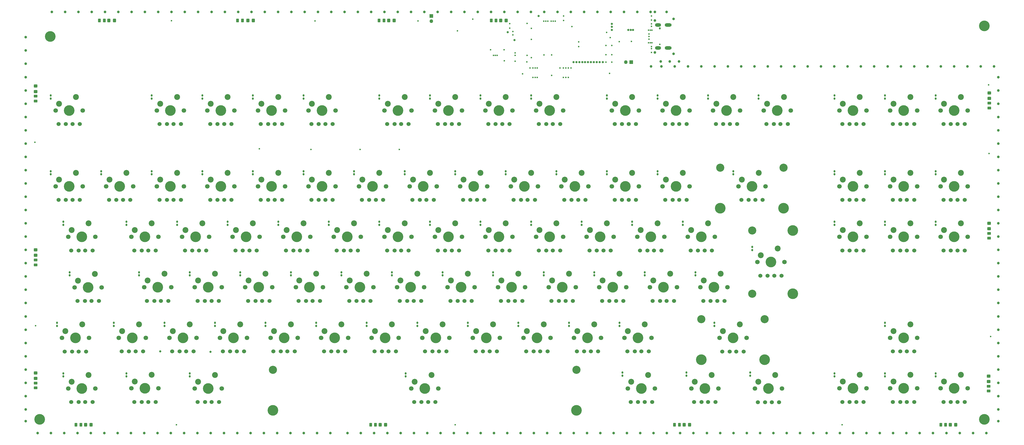
<source format=gbr>
%TF.GenerationSoftware,KiCad,Pcbnew,(5.99.0-10004-g132ec37b56)*%
%TF.CreationDate,2021-04-06T22:09:18+02:00*%
%TF.ProjectId,gh80-3003-nicosmod,67683830-2d33-4303-9033-2d6e69636f73,rev?*%
%TF.SameCoordinates,Original*%
%TF.FileFunction,Soldermask,Bot*%
%TF.FilePolarity,Negative*%
%FSLAX46Y46*%
G04 Gerber Fmt 4.6, Leading zero omitted, Abs format (unit mm)*
G04 Created by KiCad (PCBNEW (5.99.0-10004-g132ec37b56)) date 2021-04-06 22:09:18*
%MOMM*%
%LPD*%
G01*
G04 APERTURE LIST*
G04 Aperture macros list*
%AMRoundRect*
0 Rectangle with rounded corners*
0 $1 Rounding radius*
0 $2 $3 $4 $5 $6 $7 $8 $9 X,Y pos of 4 corners*
0 Add a 4 corners polygon primitive as box body*
4,1,4,$2,$3,$4,$5,$6,$7,$8,$9,$2,$3,0*
0 Add four circle primitives for the rounded corners*
1,1,$1+$1,$2,$3*
1,1,$1+$1,$4,$5*
1,1,$1+$1,$6,$7*
1,1,$1+$1,$8,$9*
0 Add four rect primitives between the rounded corners*
20,1,$1+$1,$2,$3,$4,$5,0*
20,1,$1+$1,$4,$5,$6,$7,0*
20,1,$1+$1,$6,$7,$8,$9,0*
20,1,$1+$1,$8,$9,$2,$3,0*%
G04 Aperture macros list end*
%ADD10C,1.524000*%
%ADD11C,2.200000*%
%ADD12C,4.000000*%
%ADD13C,1.700000*%
%ADD14C,3.050000*%
%ADD15R,1.350000X1.350000*%
%ADD16O,1.350000X1.350000*%
%ADD17C,0.600000*%
%ADD18O,0.600000X0.850000*%
%ADD19O,2.300000X1.300000*%
%ADD20O,2.600000X1.300000*%
%ADD21RoundRect,0.250000X0.450000X-0.325000X0.450000X0.325000X-0.450000X0.325000X-0.450000X-0.325000X0*%
%ADD22RoundRect,0.250000X0.450000X-0.262500X0.450000X0.262500X-0.450000X0.262500X-0.450000X-0.262500X0*%
%ADD23RoundRect,0.160000X-0.160000X0.222500X-0.160000X-0.222500X0.160000X-0.222500X0.160000X0.222500X0*%
%ADD24RoundRect,0.250000X-0.325000X-0.450000X0.325000X-0.450000X0.325000X0.450000X-0.325000X0.450000X0*%
%ADD25RoundRect,0.250000X-0.262500X-0.450000X0.262500X-0.450000X0.262500X0.450000X-0.262500X0.450000X0*%
%ADD26C,0.800000*%
%ADD27C,1.000000*%
G04 APERTURE END LIST*
D10*
X373611000Y-194492000D03*
X370861000Y-194492000D03*
X368361000Y-194492000D03*
X365611000Y-194492000D03*
D11*
X365811000Y-186832000D03*
X372161000Y-184292000D03*
D12*
X369621000Y-189372000D03*
D13*
X364541000Y-189372000D03*
X374701000Y-189372000D03*
D10*
X354611000Y-194492000D03*
X351861000Y-194492000D03*
X349361000Y-194492000D03*
X346611000Y-194492000D03*
D11*
X346811000Y-186832000D03*
X353161000Y-184292000D03*
D12*
X350621000Y-189372000D03*
D13*
X345541000Y-189372000D03*
X355701000Y-189372000D03*
D10*
X335611000Y-194492000D03*
X332861000Y-194492000D03*
X330361000Y-194492000D03*
X327611000Y-194492000D03*
D11*
X327811000Y-186832000D03*
X334161000Y-184292000D03*
D12*
X331621000Y-189372000D03*
D13*
X326541000Y-189372000D03*
X336701000Y-189372000D03*
D10*
X303836356Y-194565181D03*
X301086356Y-194565181D03*
X298586356Y-194565181D03*
X295836356Y-194565181D03*
D11*
X296036356Y-186905181D03*
X302386356Y-184365181D03*
D13*
X294766356Y-189445181D03*
D12*
X299846356Y-189445181D03*
D13*
X304926356Y-189445181D03*
D10*
X279935455Y-194525426D03*
X277185455Y-194525426D03*
X274685455Y-194525426D03*
X271935455Y-194525426D03*
D11*
X272135455Y-186865426D03*
X278485455Y-184325426D03*
D12*
X275945455Y-189405426D03*
D13*
X270865455Y-189405426D03*
X281025455Y-189405426D03*
D10*
X256122452Y-194542931D03*
X253372452Y-194542931D03*
X250872452Y-194542931D03*
X248122452Y-194542931D03*
D11*
X248322452Y-186882931D03*
X254672452Y-184342931D03*
D13*
X247052452Y-189422931D03*
D12*
X252132452Y-189422931D03*
D13*
X257212452Y-189422931D03*
D10*
X174750000Y-194520000D03*
X172000000Y-194520000D03*
X169500000Y-194520000D03*
X166750000Y-194520000D03*
D11*
X166950000Y-186860000D03*
X173300000Y-184320000D03*
D12*
X170760000Y-189400000D03*
D14*
X227710000Y-182400000D03*
D13*
X165680000Y-189400000D03*
X175840000Y-189400000D03*
D12*
X113710000Y-197640000D03*
D14*
X113710000Y-182400000D03*
D12*
X227710000Y-197640000D03*
D10*
X93401000Y-194512000D03*
X90651000Y-194512000D03*
X88151000Y-194512000D03*
X85401000Y-194512000D03*
D11*
X85601000Y-186852000D03*
X91951000Y-184312000D03*
D13*
X84331000Y-189392000D03*
D12*
X89411000Y-189392000D03*
D13*
X94491000Y-189392000D03*
D10*
X69611000Y-194492000D03*
X66861000Y-194492000D03*
X64361000Y-194492000D03*
X61611000Y-194492000D03*
D11*
X61811000Y-186832000D03*
X68161000Y-184292000D03*
D12*
X65621000Y-189372000D03*
D13*
X60541000Y-189372000D03*
X70701000Y-189372000D03*
D10*
X45901000Y-194512000D03*
X43151000Y-194512000D03*
X40651000Y-194512000D03*
X37901000Y-194512000D03*
D11*
X38101000Y-186852000D03*
X44451000Y-184312000D03*
D13*
X36831000Y-189392000D03*
D12*
X41911000Y-189392000D03*
D13*
X46991000Y-189392000D03*
D10*
X43476000Y-175512000D03*
X40726000Y-175512000D03*
X38226000Y-175512000D03*
X35476000Y-175512000D03*
D11*
X35676000Y-167852000D03*
X42026000Y-165312000D03*
D13*
X34406000Y-170392000D03*
D12*
X39486000Y-170392000D03*
D13*
X44566000Y-170392000D03*
D10*
X48276000Y-156512000D03*
X45526000Y-156512000D03*
X43026000Y-156512000D03*
X40276000Y-156512000D03*
D11*
X40476000Y-148852000D03*
X46826000Y-146312000D03*
D13*
X39206000Y-151392000D03*
D12*
X44286000Y-151392000D03*
D13*
X49366000Y-151392000D03*
D10*
X45901000Y-137512000D03*
X43151000Y-137512000D03*
X40651000Y-137512000D03*
X37901000Y-137512000D03*
D11*
X38101000Y-129852000D03*
X44451000Y-127312000D03*
D13*
X36831000Y-132392000D03*
D12*
X41911000Y-132392000D03*
D13*
X46991000Y-132392000D03*
D10*
X41111000Y-118492000D03*
X38361000Y-118492000D03*
X35861000Y-118492000D03*
X33111000Y-118492000D03*
D11*
X33311000Y-110832000D03*
X39661000Y-108292000D03*
D12*
X37121000Y-113372000D03*
D13*
X32041000Y-113372000D03*
X42201000Y-113372000D03*
D10*
X354611000Y-175492000D03*
X351861000Y-175492000D03*
X349361000Y-175492000D03*
X346611000Y-175492000D03*
D11*
X346811000Y-167832000D03*
X353161000Y-165292000D03*
D12*
X350621000Y-170372000D03*
D13*
X345541000Y-170372000D03*
X355701000Y-170372000D03*
D10*
X290526000Y-175512000D03*
X287776000Y-175512000D03*
X285276000Y-175512000D03*
X282526000Y-175512000D03*
D11*
X282726000Y-167852000D03*
X289076000Y-165312000D03*
D13*
X291616000Y-170392000D03*
D14*
X298396000Y-163372000D03*
D12*
X274596000Y-178612000D03*
X286536000Y-170392000D03*
D14*
X274596000Y-163372000D03*
D12*
X298396000Y-178612000D03*
D13*
X281456000Y-170392000D03*
D10*
X254861000Y-175492000D03*
X252111000Y-175492000D03*
X249611000Y-175492000D03*
X246861000Y-175492000D03*
D11*
X247061000Y-167832000D03*
X253411000Y-165292000D03*
D12*
X250871000Y-170372000D03*
D13*
X245791000Y-170372000D03*
X255951000Y-170372000D03*
D10*
X235861000Y-175492000D03*
X233111000Y-175492000D03*
X230611000Y-175492000D03*
X227861000Y-175492000D03*
D11*
X228061000Y-167832000D03*
X234411000Y-165292000D03*
D12*
X231871000Y-170372000D03*
D13*
X226791000Y-170372000D03*
X236951000Y-170372000D03*
D10*
X216861000Y-175492000D03*
X214111000Y-175492000D03*
X211611000Y-175492000D03*
X208861000Y-175492000D03*
D11*
X209061000Y-167832000D03*
X215411000Y-165292000D03*
D12*
X212871000Y-170372000D03*
D13*
X207791000Y-170372000D03*
X217951000Y-170372000D03*
D10*
X197861000Y-175492000D03*
X195111000Y-175492000D03*
X192611000Y-175492000D03*
X189861000Y-175492000D03*
D11*
X190061000Y-167832000D03*
X196411000Y-165292000D03*
D12*
X193871000Y-170372000D03*
D13*
X188791000Y-170372000D03*
X198951000Y-170372000D03*
D10*
X178861000Y-175492000D03*
X176111000Y-175492000D03*
X173611000Y-175492000D03*
X170861000Y-175492000D03*
D11*
X171061000Y-167832000D03*
X177411000Y-165292000D03*
D12*
X174871000Y-170372000D03*
D13*
X169791000Y-170372000D03*
X179951000Y-170372000D03*
D10*
X159861000Y-175492000D03*
X157111000Y-175492000D03*
X154611000Y-175492000D03*
X151861000Y-175492000D03*
D11*
X152061000Y-167832000D03*
X158411000Y-165292000D03*
D12*
X155871000Y-170372000D03*
D13*
X150791000Y-170372000D03*
X160951000Y-170372000D03*
D10*
X140861000Y-175492000D03*
X138111000Y-175492000D03*
X135611000Y-175492000D03*
X132861000Y-175492000D03*
D11*
X133061000Y-167832000D03*
X139411000Y-165292000D03*
D12*
X136871000Y-170372000D03*
D13*
X131791000Y-170372000D03*
X141951000Y-170372000D03*
D10*
X121861000Y-175492000D03*
X119111000Y-175492000D03*
X116611000Y-175492000D03*
X113861000Y-175492000D03*
D11*
X114061000Y-167832000D03*
X120411000Y-165292000D03*
D12*
X117871000Y-170372000D03*
D13*
X112791000Y-170372000D03*
X122951000Y-170372000D03*
D10*
X102861000Y-175492000D03*
X100111000Y-175492000D03*
X97611000Y-175492000D03*
X94861000Y-175492000D03*
D11*
X95061000Y-167832000D03*
X101411000Y-165292000D03*
D12*
X98871000Y-170372000D03*
D13*
X93791000Y-170372000D03*
X103951000Y-170372000D03*
D10*
X83861000Y-175492000D03*
X81111000Y-175492000D03*
X78611000Y-175492000D03*
X75861000Y-175492000D03*
D11*
X76061000Y-167832000D03*
X82411000Y-165292000D03*
D12*
X79871000Y-170372000D03*
D13*
X74791000Y-170372000D03*
X84951000Y-170372000D03*
D10*
X64861000Y-175492000D03*
X62111000Y-175492000D03*
X59611000Y-175492000D03*
X56861000Y-175492000D03*
D11*
X57061000Y-167832000D03*
X63411000Y-165292000D03*
D12*
X60871000Y-170372000D03*
D13*
X55791000Y-170372000D03*
X65951000Y-170372000D03*
D10*
X283361000Y-156492000D03*
X280611000Y-156492000D03*
X278111000Y-156492000D03*
X275361000Y-156492000D03*
D11*
X275561000Y-148832000D03*
X281911000Y-146292000D03*
D12*
X279371000Y-151372000D03*
D13*
X274291000Y-151372000D03*
X284451000Y-151372000D03*
D10*
X264361000Y-156492000D03*
X261611000Y-156492000D03*
X259111000Y-156492000D03*
X256361000Y-156492000D03*
D11*
X256561000Y-148832000D03*
X262911000Y-146292000D03*
D12*
X260371000Y-151372000D03*
D13*
X255291000Y-151372000D03*
X265451000Y-151372000D03*
D10*
X245361000Y-156492000D03*
X242611000Y-156492000D03*
X240111000Y-156492000D03*
X237361000Y-156492000D03*
D11*
X237561000Y-148832000D03*
X243911000Y-146292000D03*
D12*
X241371000Y-151372000D03*
D13*
X236291000Y-151372000D03*
X246451000Y-151372000D03*
D10*
X226361000Y-156492000D03*
X223611000Y-156492000D03*
X221111000Y-156492000D03*
X218361000Y-156492000D03*
D11*
X218561000Y-148832000D03*
X224911000Y-146292000D03*
D12*
X222371000Y-151372000D03*
D13*
X217291000Y-151372000D03*
X227451000Y-151372000D03*
D10*
X207361000Y-156492000D03*
X204611000Y-156492000D03*
X202111000Y-156492000D03*
X199361000Y-156492000D03*
D11*
X199561000Y-148832000D03*
X205911000Y-146292000D03*
D12*
X203371000Y-151372000D03*
D13*
X198291000Y-151372000D03*
X208451000Y-151372000D03*
D10*
X188361000Y-156492000D03*
X185611000Y-156492000D03*
X183111000Y-156492000D03*
X180361000Y-156492000D03*
D11*
X180561000Y-148832000D03*
X186911000Y-146292000D03*
D12*
X184371000Y-151372000D03*
D13*
X179291000Y-151372000D03*
X189451000Y-151372000D03*
D10*
X169361000Y-156492000D03*
X166611000Y-156492000D03*
X164111000Y-156492000D03*
X161361000Y-156492000D03*
D11*
X161561000Y-148832000D03*
X167911000Y-146292000D03*
D12*
X165371000Y-151372000D03*
D13*
X160291000Y-151372000D03*
X170451000Y-151372000D03*
D10*
X150361000Y-156492000D03*
X147611000Y-156492000D03*
X145111000Y-156492000D03*
X142361000Y-156492000D03*
D11*
X142561000Y-148832000D03*
X148911000Y-146292000D03*
D12*
X146371000Y-151372000D03*
D13*
X141291000Y-151372000D03*
X151451000Y-151372000D03*
D10*
X131361000Y-156492000D03*
X128611000Y-156492000D03*
X126111000Y-156492000D03*
X123361000Y-156492000D03*
D11*
X123561000Y-148832000D03*
X129911000Y-146292000D03*
D12*
X127371000Y-151372000D03*
D13*
X122291000Y-151372000D03*
X132451000Y-151372000D03*
D10*
X112361000Y-156492000D03*
X109611000Y-156492000D03*
X107111000Y-156492000D03*
X104361000Y-156492000D03*
D11*
X104561000Y-148832000D03*
X110911000Y-146292000D03*
D12*
X108371000Y-151372000D03*
D13*
X103291000Y-151372000D03*
X113451000Y-151372000D03*
D10*
X93361000Y-156492000D03*
X90611000Y-156492000D03*
X88111000Y-156492000D03*
X85361000Y-156492000D03*
D11*
X85561000Y-148832000D03*
X91911000Y-146292000D03*
D12*
X89371000Y-151372000D03*
D13*
X84291000Y-151372000D03*
X94451000Y-151372000D03*
D10*
X74361000Y-156492000D03*
X71611000Y-156492000D03*
X69111000Y-156492000D03*
X66361000Y-156492000D03*
D11*
X66561000Y-148832000D03*
X72911000Y-146292000D03*
D12*
X70371000Y-151372000D03*
D13*
X65291000Y-151372000D03*
X75451000Y-151372000D03*
D10*
X373611000Y-137492000D03*
X370861000Y-137492000D03*
X368361000Y-137492000D03*
X365611000Y-137492000D03*
D11*
X365811000Y-129832000D03*
X372161000Y-127292000D03*
D12*
X369621000Y-132372000D03*
D13*
X364541000Y-132372000D03*
X374701000Y-132372000D03*
D10*
X354611000Y-137492000D03*
X351861000Y-137492000D03*
X349361000Y-137492000D03*
X346611000Y-137492000D03*
D11*
X346811000Y-129832000D03*
X353161000Y-127292000D03*
D12*
X350621000Y-132372000D03*
D13*
X345541000Y-132372000D03*
X355701000Y-132372000D03*
D10*
X335611000Y-137492000D03*
X332861000Y-137492000D03*
X330361000Y-137492000D03*
X327611000Y-137492000D03*
D11*
X327811000Y-129832000D03*
X334161000Y-127292000D03*
D12*
X331621000Y-132372000D03*
D13*
X326541000Y-132372000D03*
X336701000Y-132372000D03*
D10*
X304776000Y-147012000D03*
X302026000Y-147012000D03*
X299526000Y-147012000D03*
X296776000Y-147012000D03*
D11*
X296976000Y-139352000D03*
X303326000Y-136812000D03*
D12*
X300786000Y-141892000D03*
X308986000Y-129972000D03*
D13*
X295706000Y-141892000D03*
D14*
X293746000Y-153772000D03*
X293746000Y-129972000D03*
D13*
X305866000Y-141892000D03*
D12*
X308986000Y-153772000D03*
D10*
X278611000Y-137492000D03*
X275861000Y-137492000D03*
X273361000Y-137492000D03*
X270611000Y-137492000D03*
D11*
X270811000Y-129832000D03*
X277161000Y-127292000D03*
D12*
X274621000Y-132372000D03*
D13*
X269541000Y-132372000D03*
X279701000Y-132372000D03*
D10*
X259611000Y-137492000D03*
X256861000Y-137492000D03*
X254361000Y-137492000D03*
X251611000Y-137492000D03*
D11*
X251811000Y-129832000D03*
X258161000Y-127292000D03*
D12*
X255621000Y-132372000D03*
D13*
X250541000Y-132372000D03*
X260701000Y-132372000D03*
D10*
X240611000Y-137492000D03*
X237861000Y-137492000D03*
X235361000Y-137492000D03*
X232611000Y-137492000D03*
D11*
X232811000Y-129832000D03*
X239161000Y-127292000D03*
D12*
X236621000Y-132372000D03*
D13*
X231541000Y-132372000D03*
X241701000Y-132372000D03*
D10*
X221611000Y-137492000D03*
X218861000Y-137492000D03*
X216361000Y-137492000D03*
X213611000Y-137492000D03*
D11*
X213811000Y-129832000D03*
X220161000Y-127292000D03*
D12*
X217621000Y-132372000D03*
D13*
X212541000Y-132372000D03*
X222701000Y-132372000D03*
D10*
X202611000Y-137492000D03*
X199861000Y-137492000D03*
X197361000Y-137492000D03*
X194611000Y-137492000D03*
D11*
X194811000Y-129832000D03*
X201161000Y-127292000D03*
D12*
X198621000Y-132372000D03*
D13*
X193541000Y-132372000D03*
X203701000Y-132372000D03*
D10*
X183611000Y-137492000D03*
X180861000Y-137492000D03*
X178361000Y-137492000D03*
X175611000Y-137492000D03*
D11*
X175811000Y-129832000D03*
X182161000Y-127292000D03*
D12*
X179621000Y-132372000D03*
D13*
X174541000Y-132372000D03*
X184701000Y-132372000D03*
D10*
X164611000Y-137492000D03*
X161861000Y-137492000D03*
X159361000Y-137492000D03*
X156611000Y-137492000D03*
D11*
X156811000Y-129832000D03*
X163161000Y-127292000D03*
D12*
X160621000Y-132372000D03*
D13*
X155541000Y-132372000D03*
X165701000Y-132372000D03*
D10*
X145611000Y-137492000D03*
X142861000Y-137492000D03*
X140361000Y-137492000D03*
X137611000Y-137492000D03*
D11*
X137811000Y-129832000D03*
X144161000Y-127292000D03*
D12*
X141621000Y-132372000D03*
D13*
X136541000Y-132372000D03*
X146701000Y-132372000D03*
D10*
X126611000Y-137492000D03*
X123861000Y-137492000D03*
X121361000Y-137492000D03*
X118611000Y-137492000D03*
D11*
X118811000Y-129832000D03*
X125161000Y-127292000D03*
D12*
X122621000Y-132372000D03*
D13*
X117541000Y-132372000D03*
X127701000Y-132372000D03*
D10*
X107611000Y-137492000D03*
X104861000Y-137492000D03*
X102361000Y-137492000D03*
X99611000Y-137492000D03*
D11*
X99811000Y-129832000D03*
X106161000Y-127292000D03*
D12*
X103621000Y-132372000D03*
D13*
X98541000Y-132372000D03*
X108701000Y-132372000D03*
D10*
X88611000Y-137492000D03*
X85861000Y-137492000D03*
X83361000Y-137492000D03*
X80611000Y-137492000D03*
D11*
X80811000Y-129832000D03*
X87161000Y-127292000D03*
D12*
X84621000Y-132372000D03*
D13*
X79541000Y-132372000D03*
X89701000Y-132372000D03*
D10*
X69611000Y-137492000D03*
X66861000Y-137492000D03*
X64361000Y-137492000D03*
X61611000Y-137492000D03*
D11*
X61811000Y-129832000D03*
X68161000Y-127292000D03*
D12*
X65621000Y-132372000D03*
D13*
X60541000Y-132372000D03*
X70701000Y-132372000D03*
D10*
X373611000Y-118492000D03*
X370861000Y-118492000D03*
X368361000Y-118492000D03*
X365611000Y-118492000D03*
D11*
X365811000Y-110832000D03*
X372161000Y-108292000D03*
D12*
X369621000Y-113372000D03*
D13*
X364541000Y-113372000D03*
X374701000Y-113372000D03*
D10*
X354611000Y-118492000D03*
X351861000Y-118492000D03*
X349361000Y-118492000D03*
X346611000Y-118492000D03*
D11*
X346811000Y-110832000D03*
X353161000Y-108292000D03*
D12*
X350621000Y-113372000D03*
D13*
X345541000Y-113372000D03*
X355701000Y-113372000D03*
D10*
X335611000Y-118492000D03*
X332861000Y-118492000D03*
X330361000Y-118492000D03*
X327611000Y-118492000D03*
D11*
X327811000Y-110832000D03*
X334161000Y-108292000D03*
D12*
X331621000Y-113372000D03*
D13*
X326541000Y-113372000D03*
X336701000Y-113372000D03*
D10*
X297651000Y-118512000D03*
X294901000Y-118512000D03*
X292401000Y-118512000D03*
X289651000Y-118512000D03*
D11*
X289851000Y-110852000D03*
X296201000Y-108312000D03*
D12*
X281721000Y-121612000D03*
D14*
X305521000Y-106372000D03*
D12*
X293661000Y-113392000D03*
D13*
X298741000Y-113392000D03*
D14*
X281721000Y-106372000D03*
D12*
X305521000Y-121612000D03*
D13*
X288581000Y-113392000D03*
D10*
X269111000Y-118492000D03*
X266361000Y-118492000D03*
X263861000Y-118492000D03*
X261111000Y-118492000D03*
D11*
X261311000Y-110832000D03*
X267661000Y-108292000D03*
D12*
X265121000Y-113372000D03*
D13*
X260041000Y-113372000D03*
X270201000Y-113372000D03*
D10*
X250111000Y-118492000D03*
X247361000Y-118492000D03*
X244861000Y-118492000D03*
X242111000Y-118492000D03*
D11*
X242311000Y-110832000D03*
X248661000Y-108292000D03*
D12*
X246121000Y-113372000D03*
D13*
X241041000Y-113372000D03*
X251201000Y-113372000D03*
D10*
X231111000Y-118492000D03*
X228361000Y-118492000D03*
X225861000Y-118492000D03*
X223111000Y-118492000D03*
D11*
X223311000Y-110832000D03*
X229661000Y-108292000D03*
D12*
X227121000Y-113372000D03*
D13*
X222041000Y-113372000D03*
X232201000Y-113372000D03*
D10*
X212111000Y-118492000D03*
X209361000Y-118492000D03*
X206861000Y-118492000D03*
X204111000Y-118492000D03*
D11*
X204311000Y-110832000D03*
X210661000Y-108292000D03*
D12*
X208121000Y-113372000D03*
D13*
X203041000Y-113372000D03*
X213201000Y-113372000D03*
D10*
X193111000Y-118492000D03*
X190361000Y-118492000D03*
X187861000Y-118492000D03*
X185111000Y-118492000D03*
D11*
X185311000Y-110832000D03*
X191661000Y-108292000D03*
D12*
X189121000Y-113372000D03*
D13*
X184041000Y-113372000D03*
X194201000Y-113372000D03*
D10*
X174111000Y-118492000D03*
X171361000Y-118492000D03*
X168861000Y-118492000D03*
X166111000Y-118492000D03*
D11*
X166311000Y-110832000D03*
X172661000Y-108292000D03*
D12*
X170121000Y-113372000D03*
D13*
X165041000Y-113372000D03*
X175201000Y-113372000D03*
D10*
X155111000Y-118492000D03*
X152361000Y-118492000D03*
X149861000Y-118492000D03*
X147111000Y-118492000D03*
D11*
X147311000Y-110832000D03*
X153661000Y-108292000D03*
D12*
X151121000Y-113372000D03*
D13*
X146041000Y-113372000D03*
X156201000Y-113372000D03*
D10*
X136111000Y-118492000D03*
X133361000Y-118492000D03*
X130861000Y-118492000D03*
X128111000Y-118492000D03*
D11*
X128311000Y-110832000D03*
X134661000Y-108292000D03*
D12*
X132121000Y-113372000D03*
D13*
X127041000Y-113372000D03*
X137201000Y-113372000D03*
D10*
X117111000Y-118492000D03*
X114361000Y-118492000D03*
X111861000Y-118492000D03*
X109111000Y-118492000D03*
D11*
X109311000Y-110832000D03*
X115661000Y-108292000D03*
D12*
X113121000Y-113372000D03*
D13*
X108041000Y-113372000D03*
X118201000Y-113372000D03*
D10*
X98111000Y-118492000D03*
X95361000Y-118492000D03*
X92861000Y-118492000D03*
X90111000Y-118492000D03*
D11*
X90311000Y-110832000D03*
X96661000Y-108292000D03*
D12*
X94121000Y-113372000D03*
D13*
X89041000Y-113372000D03*
X99201000Y-113372000D03*
D10*
X79111000Y-118492000D03*
X76361000Y-118492000D03*
X73861000Y-118492000D03*
X71111000Y-118492000D03*
D11*
X71311000Y-110832000D03*
X77661000Y-108292000D03*
D12*
X75121000Y-113372000D03*
D13*
X70041000Y-113372000D03*
X80201000Y-113372000D03*
D10*
X60111000Y-118492000D03*
X57361000Y-118492000D03*
X54861000Y-118492000D03*
X52111000Y-118492000D03*
D11*
X52311000Y-110832000D03*
X58661000Y-108292000D03*
D12*
X56121000Y-113372000D03*
D13*
X51041000Y-113372000D03*
X61201000Y-113372000D03*
D10*
X373611000Y-89992000D03*
X370861000Y-89992000D03*
X368361000Y-89992000D03*
X365611000Y-89992000D03*
D11*
X365811000Y-82332000D03*
X372161000Y-79792000D03*
D12*
X369621000Y-84872000D03*
D13*
X364541000Y-84872000D03*
X374701000Y-84872000D03*
D10*
X354611000Y-89992000D03*
X351861000Y-89992000D03*
X349361000Y-89992000D03*
X346611000Y-89992000D03*
D11*
X346811000Y-82332000D03*
X353161000Y-79792000D03*
D12*
X350621000Y-84872000D03*
D13*
X345541000Y-84872000D03*
X355701000Y-84872000D03*
D10*
X335611000Y-89992000D03*
X332861000Y-89992000D03*
X330361000Y-89992000D03*
X327611000Y-89992000D03*
D11*
X327811000Y-82332000D03*
X334161000Y-79792000D03*
D12*
X331621000Y-84872000D03*
D13*
X326541000Y-84872000D03*
X336701000Y-84872000D03*
D10*
X307111000Y-89992000D03*
X304361000Y-89992000D03*
X301861000Y-89992000D03*
X299111000Y-89992000D03*
D11*
X299311000Y-82332000D03*
X305661000Y-79792000D03*
D12*
X303121000Y-84872000D03*
D13*
X298041000Y-84872000D03*
X308201000Y-84872000D03*
D10*
X288111000Y-89992000D03*
X285361000Y-89992000D03*
X282861000Y-89992000D03*
X280111000Y-89992000D03*
D11*
X280311000Y-82332000D03*
X286661000Y-79792000D03*
D12*
X284121000Y-84872000D03*
D13*
X279041000Y-84872000D03*
X289201000Y-84872000D03*
D10*
X269111000Y-89992000D03*
X266361000Y-89992000D03*
X263861000Y-89992000D03*
X261111000Y-89992000D03*
D11*
X261311000Y-82332000D03*
X267661000Y-79792000D03*
D12*
X265121000Y-84872000D03*
D13*
X260041000Y-84872000D03*
X270201000Y-84872000D03*
D10*
X250111000Y-89992000D03*
X247361000Y-89992000D03*
X244861000Y-89992000D03*
X242111000Y-89992000D03*
D11*
X242311000Y-82332000D03*
X248661000Y-79792000D03*
D12*
X246121000Y-84872000D03*
D13*
X241041000Y-84872000D03*
X251201000Y-84872000D03*
D10*
X221611000Y-89992000D03*
X218861000Y-89992000D03*
X216361000Y-89992000D03*
X213611000Y-89992000D03*
D11*
X213811000Y-82332000D03*
X220161000Y-79792000D03*
D12*
X217621000Y-84872000D03*
D13*
X212541000Y-84872000D03*
X222701000Y-84872000D03*
D10*
X202611000Y-89992000D03*
X199861000Y-89992000D03*
X197361000Y-89992000D03*
X194611000Y-89992000D03*
D11*
X194811000Y-82332000D03*
X201161000Y-79792000D03*
D12*
X198621000Y-84872000D03*
D13*
X193541000Y-84872000D03*
X203701000Y-84872000D03*
D10*
X183611000Y-89992000D03*
X180861000Y-89992000D03*
X178361000Y-89992000D03*
X175611000Y-89992000D03*
D11*
X175811000Y-82332000D03*
X182161000Y-79792000D03*
D12*
X179621000Y-84872000D03*
D13*
X174541000Y-84872000D03*
X184701000Y-84872000D03*
D10*
X164611000Y-89992000D03*
X161861000Y-89992000D03*
X159361000Y-89992000D03*
X156611000Y-89992000D03*
D11*
X156811000Y-82332000D03*
X163161000Y-79792000D03*
D12*
X160621000Y-84872000D03*
D13*
X155541000Y-84872000D03*
X165701000Y-84872000D03*
D10*
X136111000Y-89992000D03*
X133361000Y-89992000D03*
X130861000Y-89992000D03*
X128111000Y-89992000D03*
D11*
X128311000Y-82332000D03*
X134661000Y-79792000D03*
D12*
X132121000Y-84872000D03*
D13*
X127041000Y-84872000D03*
X137201000Y-84872000D03*
D10*
X117111000Y-89992000D03*
X114361000Y-89992000D03*
X111861000Y-89992000D03*
X109111000Y-89992000D03*
D11*
X109311000Y-82332000D03*
X115661000Y-79792000D03*
D12*
X113121000Y-84872000D03*
D13*
X108041000Y-84872000D03*
X118201000Y-84872000D03*
D10*
X98111000Y-89992000D03*
X95361000Y-89992000D03*
X92861000Y-89992000D03*
X90111000Y-89992000D03*
D11*
X90311000Y-82332000D03*
X96661000Y-79792000D03*
D12*
X94121000Y-84872000D03*
D13*
X89041000Y-84872000D03*
X99201000Y-84872000D03*
D10*
X79111000Y-89992000D03*
X76361000Y-89992000D03*
X73861000Y-89992000D03*
X71111000Y-89992000D03*
D11*
X71311000Y-82332000D03*
X77661000Y-79792000D03*
D12*
X75121000Y-84872000D03*
D13*
X70041000Y-84872000D03*
X80201000Y-84872000D03*
D10*
X41111000Y-89992000D03*
X38361000Y-89992000D03*
X35861000Y-89992000D03*
X33111000Y-89992000D03*
D11*
X33311000Y-82332000D03*
X39661000Y-79792000D03*
D12*
X37121000Y-84872000D03*
D13*
X32041000Y-84872000D03*
X42201000Y-84872000D03*
D12*
X30000000Y-57000000D03*
D15*
X173200000Y-49300000D03*
D16*
X173200000Y-51300000D03*
D17*
X259050000Y-60000000D03*
D18*
X259050000Y-54000000D03*
D19*
X258325000Y-52680000D03*
X258325000Y-61320000D03*
D20*
X262150000Y-61320000D03*
X262150000Y-52680000D03*
D15*
X248300000Y-66700000D03*
D16*
X246300000Y-66700000D03*
D12*
X26000000Y-201000000D03*
X381000000Y-53000000D03*
X381000000Y-201000000D03*
D21*
X24500000Y-77725000D03*
X24500000Y-75675000D03*
D22*
X24500000Y-81312500D03*
X24500000Y-79487500D03*
D23*
X182161000Y-107719500D03*
X182161000Y-108864500D03*
X87161000Y-79219500D03*
X87161000Y-80364500D03*
D21*
X382700000Y-129325000D03*
X382700000Y-127275000D03*
D24*
X104275000Y-51000000D03*
X106325000Y-51000000D03*
D23*
X68161000Y-107719500D03*
X68161000Y-108864500D03*
D21*
X382600000Y-186825000D03*
X382600000Y-184775000D03*
D25*
X264587500Y-203100000D03*
X266412500Y-203100000D03*
D23*
X172661000Y-79219500D03*
X172661000Y-80364500D03*
X201161000Y-107719500D03*
X201161000Y-108864500D03*
D25*
X39687500Y-203100000D03*
X41512500Y-203100000D03*
D23*
X253411000Y-145719500D03*
X253411000Y-146864500D03*
X34911000Y-183719500D03*
X34911000Y-184864500D03*
X245000000Y-183427500D03*
X245000000Y-184572500D03*
X343661000Y-79219500D03*
X343661000Y-80364500D03*
X258161000Y-107719500D03*
X258161000Y-108864500D03*
X215411000Y-145719500D03*
X215411000Y-146864500D03*
X144161000Y-107719500D03*
X144161000Y-108864500D03*
X248661000Y-126719500D03*
X248661000Y-127864500D03*
X362661000Y-183719500D03*
X362661000Y-184864500D03*
X148911000Y-164719500D03*
X148911000Y-165864500D03*
X91911000Y-164719500D03*
X91911000Y-165864500D03*
D24*
X268175000Y-203100000D03*
X270225000Y-203100000D03*
D23*
X53911000Y-164719500D03*
X53911000Y-165864500D03*
X125161000Y-107719500D03*
X125161000Y-108864500D03*
X205911000Y-164719500D03*
X205911000Y-165864500D03*
X239161000Y-79219500D03*
X239161000Y-80364500D03*
X120411000Y-145719500D03*
X120411000Y-146864500D03*
X32536000Y-164719500D03*
X32536000Y-165864500D03*
X210661000Y-79219500D03*
X210661000Y-80364500D03*
X49161000Y-107719500D03*
X49161000Y-108864500D03*
D21*
X24500000Y-185625000D03*
X24500000Y-183575000D03*
D25*
X100387500Y-51000000D03*
X102212500Y-51000000D03*
D23*
X110911000Y-164719500D03*
X110911000Y-165864500D03*
D22*
X24500000Y-189212500D03*
X24500000Y-187387500D03*
D23*
X277161000Y-79219500D03*
X277161000Y-80364500D03*
X72911000Y-164719500D03*
X72911000Y-165864500D03*
X279536000Y-164719500D03*
X279536000Y-165864500D03*
D24*
X153975000Y-203100000D03*
X156025000Y-203100000D03*
X43275000Y-203100000D03*
X45325000Y-203100000D03*
D23*
X134661000Y-126719500D03*
X134661000Y-127864500D03*
X177411000Y-145719500D03*
X177411000Y-146864500D03*
X324661000Y-126719500D03*
X324661000Y-127864500D03*
X158411000Y-145719500D03*
X158411000Y-146864500D03*
D25*
X153587500Y-51000000D03*
X155412500Y-51000000D03*
X150387500Y-203100000D03*
X152212500Y-203100000D03*
D23*
X293000000Y-183427500D03*
X293000000Y-184572500D03*
D22*
X382600000Y-190382500D03*
X382600000Y-188557500D03*
D23*
X224911000Y-164719500D03*
X224911000Y-165864500D03*
X196411000Y-145719500D03*
X196411000Y-146864500D03*
X82411000Y-145719500D03*
X82411000Y-146864500D03*
X115661000Y-126719500D03*
X115661000Y-127864500D03*
X82411000Y-183719500D03*
X82411000Y-184864500D03*
X234411000Y-145719500D03*
X234411000Y-146864500D03*
D22*
X382800000Y-83912500D03*
X382800000Y-82087500D03*
D23*
X96661000Y-126719500D03*
X96661000Y-127864500D03*
X68161000Y-79219500D03*
X68161000Y-80364500D03*
X87161000Y-107719500D03*
X87161000Y-108864500D03*
D21*
X382800000Y-80325000D03*
X382800000Y-78275000D03*
D23*
X210661000Y-126719500D03*
X210661000Y-127864500D03*
X106161000Y-107719500D03*
X106161000Y-108864500D03*
X34911000Y-126719500D03*
X34911000Y-127864500D03*
X37286000Y-145719500D03*
X37286000Y-146864500D03*
X272411000Y-145719500D03*
X272411000Y-146864500D03*
X125161000Y-79219500D03*
X125161000Y-80364500D03*
X243911000Y-164719500D03*
X243911000Y-165864500D03*
D22*
X24500000Y-142912500D03*
X24500000Y-141087500D03*
D23*
X101411000Y-145719500D03*
X101411000Y-146864500D03*
X229661000Y-126719500D03*
X229661000Y-127864500D03*
X106161000Y-79219500D03*
X106161000Y-80364500D03*
X191661000Y-79219500D03*
X191661000Y-80364500D03*
X30161000Y-107719500D03*
X30161000Y-108864500D03*
D25*
X364587500Y-203100000D03*
X366412500Y-203100000D03*
D23*
X324661000Y-107719500D03*
X324661000Y-108864500D03*
X343661000Y-164719500D03*
X343661000Y-165864500D03*
D24*
X368175000Y-203100000D03*
X370225000Y-203100000D03*
D23*
X58661000Y-183719500D03*
X58661000Y-184864500D03*
X172661000Y-126719500D03*
X172661000Y-127864500D03*
D21*
X24500000Y-139325000D03*
X24500000Y-137275000D03*
D23*
X286661000Y-107719500D03*
X286661000Y-108864500D03*
X77661000Y-126719500D03*
X77661000Y-127864500D03*
X362661000Y-79219500D03*
X362661000Y-80364500D03*
X163161000Y-107719500D03*
X163161000Y-108864500D03*
X362661000Y-107719500D03*
X362661000Y-108864500D03*
X167911000Y-164719500D03*
X167911000Y-165864500D03*
X129911000Y-164719500D03*
X129911000Y-165864500D03*
D24*
X157150000Y-51000000D03*
X159200000Y-51000000D03*
D23*
X343661000Y-183719500D03*
X343661000Y-184864500D03*
X191661000Y-126719500D03*
X191661000Y-127864500D03*
X58661000Y-126719500D03*
X58661000Y-127864500D03*
X324661000Y-79219500D03*
X324661000Y-80364500D03*
X296161000Y-79219500D03*
X296161000Y-80364500D03*
X163500000Y-183719500D03*
X163500000Y-184864500D03*
X343661000Y-126719500D03*
X343661000Y-127864500D03*
X267661000Y-126719500D03*
X267661000Y-127864500D03*
D24*
X52075000Y-51000000D03*
X54125000Y-51000000D03*
D23*
X153661000Y-126719500D03*
X153661000Y-127864500D03*
X186911000Y-164719500D03*
X186911000Y-165864500D03*
X30161000Y-79219500D03*
X30161000Y-80364500D03*
X293786000Y-136219500D03*
X293786000Y-137364500D03*
X220161000Y-107719500D03*
X220161000Y-108864500D03*
D24*
X199275000Y-51000000D03*
X201325000Y-51000000D03*
D23*
X153661000Y-79219500D03*
X153661000Y-80364500D03*
D22*
X382700000Y-132912500D03*
X382700000Y-131087500D03*
D23*
X362661000Y-126719500D03*
X362661000Y-127864500D03*
X239161000Y-107719500D03*
X239161000Y-108864500D03*
X269000000Y-183427500D03*
X269000000Y-184572500D03*
D25*
X48487500Y-51000000D03*
X50312500Y-51000000D03*
D23*
X343661000Y-107719500D03*
X343661000Y-108864500D03*
X63411000Y-145719500D03*
X63411000Y-146864500D03*
X324661000Y-183719500D03*
X324661000Y-184864500D03*
D25*
X195687500Y-51000000D03*
X197512500Y-51000000D03*
D23*
X258161000Y-79219500D03*
X258161000Y-80364500D03*
X139411000Y-145719500D03*
X139411000Y-146864500D03*
D26*
X90200000Y-175600000D03*
X71300000Y-175500000D03*
D27*
X291700000Y-206200000D03*
X100600000Y-47800000D03*
X145600000Y-47800000D03*
X216700000Y-206200000D03*
X20800000Y-92300000D03*
X130300000Y-206200000D03*
X191700000Y-206200000D03*
X301700000Y-206200000D03*
X190600000Y-47800000D03*
X120300000Y-206200000D03*
D26*
X204400000Y-58400000D03*
D17*
X255900000Y-60800000D03*
D27*
X20800000Y-112300000D03*
X55600000Y-47800000D03*
X304600000Y-68300000D03*
X20800000Y-57300000D03*
X351700000Y-206200000D03*
X20800000Y-117300000D03*
D17*
X240200000Y-70900000D03*
D27*
X30600000Y-47800000D03*
X20800000Y-77300000D03*
X171700000Y-206200000D03*
X329600000Y-68300000D03*
X255600000Y-47800000D03*
X235600000Y-47800000D03*
X346700000Y-206200000D03*
X110600000Y-47800000D03*
X386200000Y-172300000D03*
X20800000Y-187300000D03*
X386200000Y-87300000D03*
X155600000Y-47800000D03*
X20800000Y-197300000D03*
X20800000Y-82300000D03*
X311700000Y-206200000D03*
X170600000Y-47800000D03*
X70300000Y-206200000D03*
X25300000Y-206200000D03*
X20800000Y-87300000D03*
X274600000Y-68300000D03*
X165600000Y-47800000D03*
X65600000Y-47800000D03*
X60300000Y-206200000D03*
X386200000Y-107300000D03*
D17*
X255900000Y-50800000D03*
X129500000Y-51200000D03*
D27*
X20800000Y-122300000D03*
D17*
X241000000Y-63900000D03*
X77400000Y-203100000D03*
D27*
X316700000Y-206200000D03*
X376700000Y-206200000D03*
X195600000Y-47800000D03*
D17*
X204700000Y-63200000D03*
D27*
X20800000Y-182300000D03*
X20800000Y-97300000D03*
D17*
X161200000Y-99500000D03*
D27*
X386200000Y-147300000D03*
D17*
X218400000Y-71700000D03*
D27*
X386200000Y-201700000D03*
X386200000Y-132300000D03*
X20800000Y-142300000D03*
X20800000Y-147300000D03*
D17*
X255900000Y-63000000D03*
X215500000Y-64000000D03*
D27*
X255700000Y-68300000D03*
X386200000Y-192300000D03*
D17*
X200600000Y-66200000D03*
D27*
X306700000Y-206200000D03*
X125600000Y-47800000D03*
X20800000Y-137300000D03*
X130600000Y-47800000D03*
X135600000Y-47800000D03*
X55300000Y-206200000D03*
D17*
X200550000Y-62000000D03*
X226000000Y-53300000D03*
D27*
X261700000Y-206200000D03*
X20800000Y-201700000D03*
X166700000Y-206200000D03*
X80300000Y-206200000D03*
D17*
X240400000Y-57400000D03*
X238800000Y-66700000D03*
D27*
X371700000Y-206200000D03*
X186700000Y-206200000D03*
X354600000Y-68300000D03*
X206700000Y-206200000D03*
X386200000Y-72300000D03*
X45300000Y-206200000D03*
X369600000Y-68300000D03*
X374600000Y-68300000D03*
X20800000Y-62300000D03*
X125300000Y-206200000D03*
X386200000Y-162300000D03*
X324600000Y-68300000D03*
X20800000Y-72300000D03*
X200600000Y-47800000D03*
X150600000Y-47800000D03*
X75300000Y-206200000D03*
D17*
X241000000Y-60400000D03*
D27*
X35300000Y-206200000D03*
X20800000Y-192300000D03*
X180600000Y-47800000D03*
X65300000Y-206200000D03*
X284600000Y-68300000D03*
X75600000Y-47800000D03*
X110300000Y-206200000D03*
X246700000Y-206200000D03*
X221700000Y-206200000D03*
X20800000Y-167300000D03*
X294600000Y-68300000D03*
X236700000Y-206200000D03*
X309600000Y-68300000D03*
X220600000Y-47800000D03*
D17*
X209200000Y-52100000D03*
D27*
X331700000Y-206200000D03*
X250600000Y-47800000D03*
X386200000Y-157300000D03*
D17*
X255900000Y-49300000D03*
X327500000Y-203100000D03*
D27*
X215600000Y-47800000D03*
X45600000Y-47800000D03*
X20800000Y-132300000D03*
X366700000Y-206200000D03*
X296700000Y-206200000D03*
X30300000Y-206200000D03*
X276700000Y-206200000D03*
X231700000Y-206200000D03*
X161700000Y-206200000D03*
X20800000Y-152300000D03*
D17*
X195500000Y-62000000D03*
X241000000Y-66700000D03*
X255000000Y-57050000D03*
D27*
X341700000Y-206200000D03*
X100300000Y-206200000D03*
D17*
X207500000Y-71100000D03*
D27*
X379600000Y-68300000D03*
D17*
X228600000Y-60800000D03*
D27*
X286700000Y-206200000D03*
X386200000Y-182300000D03*
X140600000Y-47800000D03*
X269600000Y-68300000D03*
X381700000Y-206200000D03*
D17*
X238800000Y-63900000D03*
D27*
X115600000Y-47800000D03*
X334600000Y-68300000D03*
X211700000Y-206200000D03*
X384600000Y-68300000D03*
X271700000Y-206200000D03*
D17*
X210300000Y-68900000D03*
D27*
X181700000Y-206200000D03*
D17*
X204700000Y-66300000D03*
X239100000Y-55500000D03*
X128000000Y-99500000D03*
D27*
X386200000Y-137300000D03*
D17*
X204700000Y-64150000D03*
D27*
X386200000Y-92300000D03*
X386200000Y-117300000D03*
X240600000Y-47800000D03*
X241700000Y-206200000D03*
X386200000Y-152300000D03*
X20800000Y-157300000D03*
X176700000Y-206200000D03*
X245600000Y-47800000D03*
D17*
X168200000Y-51200000D03*
D27*
X279600000Y-68300000D03*
X35600000Y-47800000D03*
X156700000Y-206200000D03*
X314600000Y-68300000D03*
X386200000Y-177300000D03*
X20800000Y-172300000D03*
X386200000Y-122300000D03*
D17*
X24500000Y-165800000D03*
D27*
X205600000Y-47800000D03*
X339600000Y-68300000D03*
X259600000Y-68300000D03*
X115300000Y-206200000D03*
X105300000Y-206200000D03*
X80600000Y-47800000D03*
X20800000Y-177300000D03*
X321700000Y-206200000D03*
X386200000Y-127300000D03*
D17*
X243800000Y-59000000D03*
X24300000Y-96800000D03*
X255900000Y-52300000D03*
D27*
X141700000Y-206200000D03*
D17*
X108600000Y-99300000D03*
D27*
X386200000Y-77300000D03*
X319600000Y-68300000D03*
X95600000Y-47800000D03*
X135300000Y-206200000D03*
X226700000Y-206200000D03*
X40600000Y-47800000D03*
D17*
X221500000Y-68900000D03*
D27*
X95300000Y-206200000D03*
X359600000Y-68300000D03*
X40300000Y-206200000D03*
X264600000Y-68300000D03*
X20800000Y-102300000D03*
X364600000Y-68300000D03*
X256700000Y-206200000D03*
X230600000Y-47800000D03*
D17*
X209100000Y-66600000D03*
D27*
X70600000Y-47800000D03*
X160600000Y-47800000D03*
D17*
X238800000Y-60400000D03*
X248400000Y-58900000D03*
D27*
X281700000Y-206200000D03*
X356700000Y-206200000D03*
X289600000Y-68300000D03*
X20800000Y-162300000D03*
D17*
X182200000Y-203100000D03*
X188800000Y-50500000D03*
D27*
X225600000Y-47800000D03*
X20800000Y-67300000D03*
X386200000Y-82300000D03*
D17*
X382700000Y-101000000D03*
X222900000Y-51000000D03*
D27*
X105600000Y-47800000D03*
X386200000Y-167300000D03*
X266700000Y-206200000D03*
X386200000Y-102300000D03*
X210600000Y-47800000D03*
X299600000Y-68300000D03*
X90300000Y-206200000D03*
X151700000Y-206200000D03*
D17*
X218400000Y-64000000D03*
D27*
X201700000Y-206200000D03*
X60600000Y-47800000D03*
X326700000Y-206200000D03*
D17*
X383300000Y-169900000D03*
D27*
X90600000Y-47800000D03*
X120600000Y-47800000D03*
D17*
X225700000Y-68900000D03*
D27*
X386200000Y-197300000D03*
X146700000Y-206200000D03*
D26*
X201900000Y-55400000D03*
D27*
X175600000Y-47800000D03*
D17*
X255900000Y-61600000D03*
D27*
X386200000Y-187300000D03*
X386200000Y-142300000D03*
X85600000Y-47800000D03*
X349600000Y-68300000D03*
D17*
X146400000Y-99500000D03*
D27*
X20800000Y-107300000D03*
X386200000Y-112300000D03*
X20800000Y-127300000D03*
X185600000Y-47800000D03*
X50600000Y-47800000D03*
X386200000Y-97300000D03*
X196700000Y-206200000D03*
X344600000Y-68300000D03*
X361700000Y-206200000D03*
X50300000Y-206200000D03*
D17*
X75600000Y-51100000D03*
X382600000Y-75200000D03*
D27*
X251700000Y-206200000D03*
D17*
X255900000Y-53200000D03*
D27*
X85300000Y-206200000D03*
X336700000Y-206200000D03*
D26*
X241000000Y-52300000D03*
X241000000Y-54600000D03*
X213500000Y-49300000D03*
D17*
X210750000Y-64950000D03*
X228600000Y-59050000D03*
X210750000Y-58100000D03*
D26*
X241000000Y-53400000D03*
D17*
X202650000Y-52150000D03*
X222900000Y-49350000D03*
X210750000Y-53950000D03*
X202650000Y-53850000D03*
X183000000Y-54900000D03*
X209200000Y-64100000D03*
X211400000Y-68900000D03*
X215400000Y-51300000D03*
X211400000Y-72400000D03*
X203800000Y-56425000D03*
X255000000Y-58000000D03*
X203800000Y-55175000D03*
X255000000Y-56100000D03*
D26*
X226600000Y-66700000D03*
X229900000Y-66700000D03*
D17*
X222800000Y-68900000D03*
X222800000Y-72400000D03*
X218200000Y-51300000D03*
X212200000Y-68900000D03*
X212200000Y-72400000D03*
X216200000Y-51300000D03*
X219000000Y-51300000D03*
X223700000Y-72400000D03*
X223700000Y-68900000D03*
X217000000Y-51300000D03*
X213000003Y-68900000D03*
X213000000Y-72400000D03*
X224700000Y-68900000D03*
X224700000Y-72400000D03*
X219800000Y-51300000D03*
D26*
X233100000Y-66700000D03*
X234200000Y-66700000D03*
X235300000Y-66700000D03*
X227700000Y-66700000D03*
X228800000Y-66700000D03*
X230900000Y-66700000D03*
X232000000Y-66700000D03*
X236400000Y-66700000D03*
X237600000Y-66700000D03*
D27*
X264200000Y-50400000D03*
X259400000Y-66400000D03*
X264200000Y-63500000D03*
X261600000Y-47800000D03*
X257200000Y-63000000D03*
X266200000Y-66400000D03*
X262800000Y-66400000D03*
X257200000Y-47800000D03*
X257200000Y-51000000D03*
D17*
X254850000Y-54650000D03*
D26*
X247200000Y-54600000D03*
X248100000Y-54600000D03*
D17*
X254850000Y-59350000D03*
X256050000Y-59350000D03*
X255450000Y-59350000D03*
X256050000Y-54650000D03*
D26*
X249000000Y-54600000D03*
D17*
X255450000Y-54650000D03*
X197950000Y-64150000D03*
X196550000Y-64150000D03*
X197250000Y-64150000D03*
M02*

</source>
